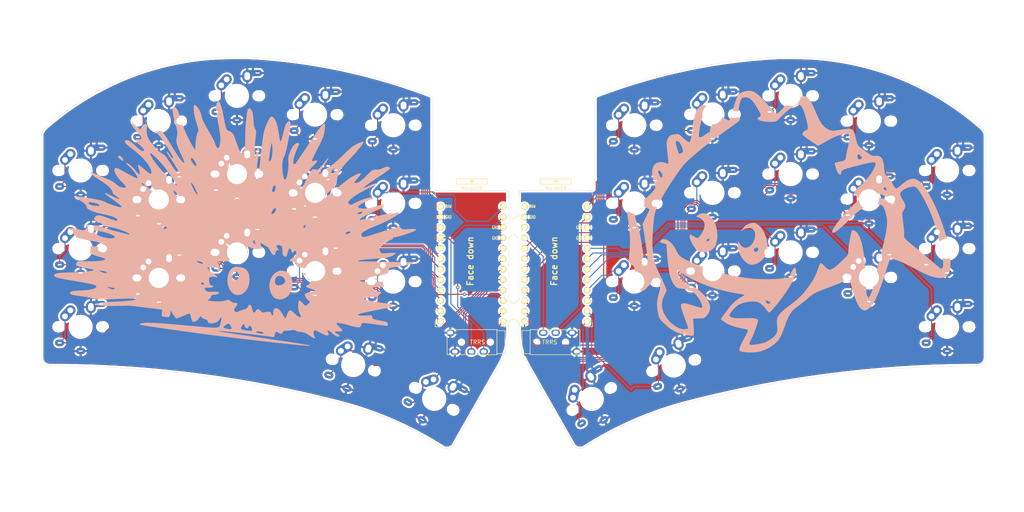
<source format=kicad_pcb>
(kicad_pcb (version 20211014) (generator pcbnew)
  (layers (0 "F.Cu" signal) (31 "B.Cu" signal) (34 "B.Paste" user) (35 "F.Paste" user) (36 "B.SilkS" user "B.Silkscreen") (37 "F.SilkS" user "F.Silkscreen") (38 "B.Mask" user) (39 "F.Mask" user) (44 "Edge.Cuts" user))
  (net 0 "")
  (net 1 "gnd")
  (net 2 "vcc")
  (net 3 "Switch18")
  (net 4 "reset")
  (net 5 "Switch1")
  (net 6 "Switch2")
  (net 7 "Switch3")
  (net 8 "Switch4")
  (net 9 "Switch5")
  (net 10 "Switch6")
  (net 11 "Switch7")
  (net 12 "Switch8")
  (net 13 "Switch9")
  (net 14 "Switch10")
  (net 15 "Switch11")
  (net 16 "Switch12")
  (net 17 "Switch13")
  (net 18 "Switch14")
  (net 19 "Switch15")
  (net 20 "Switch16")
  (net 21 "Switch17")
  (net 22 "raw")
  (net 23 "Switch18_r")
  (net 24 "reset_r")
  (net 25 "Switch9_r")
  (net 26 "Switch10_r")
  (net 27 "Switch11_r")
  (net 28 "Switch12_r")
  (net 29 "Switch13_r")
  (net 30 "Switch14_r")
  (net 31 "Switch15_r")
  (net 32 "Switch16_r")
  (net 33 "Switch17_r")
  (net 34 "Switch1_r")
  (net 35 "Switch2_r")
  (net 36 "Switch3_r")
  (net 37 "Switch4_r")
  (net 38 "Switch5_r")
  (net 39 "Switch6_r")
  (net 40 "Switch7_r")
  (net 41 "Switch8_r")
  (footprint "Kailh:keyswitch_cherrymx_alps_choc12_1u" (layer "F.Cu") (at 45 77)
    (fp_text reference "SW2" hide)
    (fp_text value "SW_Push" hide)
  )
  (footprint "Kailh:keyswitch_cherrymx_alps_choc12_1u" (layer "F.Cu") (at 64 65)
    (fp_text reference "SW3" hide)
    (fp_text value "SW_Push" hide)
  )
  (footprint "Kailh:keyswitch_cherrymx_alps_choc12_1u" (layer "F.Cu") (at 83 58.86)
    (fp_text reference "SW4" hide)
    (fp_text value "SW_Push" hide)
  )
  (footprint "Kailh:keyswitch_cherrymx_alps_choc12_1u" (layer "F.Cu") (at 101.994 63.432)
    (fp_text reference "SW5" hide)
    (fp_text value "SW_Push" hide)
  )
  (footprint "Kailh:keyswitch_cherrymx_alps_choc12_1u" (layer "F.Cu") (at 121 66)
    (fp_text reference "SW6" hide)
    (fp_text value "SW_Push" hide)
  )
  (footprint "Kailh:keyswitch_cherrymx_alps_choc12_1u" (layer "F.Cu") (at 45 96)
    (fp_text reference "SW8" hide)
    (fp_text value "SW_Push" hide)
  )
  (footprint "Kailh:keyswitch_cherrymx_alps_choc12_1u" (layer "F.Cu") (at 64 84.074)
    (fp_text reference "SW9" hide)
    (fp_text value "SW_Push" hide)
  )
  (footprint "Kailh:keyswitch_cherrymx_alps_choc12_1u" (layer "F.Cu") (at 83 77.878)
    (fp_text reference "SW10" hide)
    (fp_text value "SW_Push" hide)
  )
  (footprint "Kailh:keyswitch_cherrymx_alps_choc12_1u" (layer "F.Cu") (at 102 82.45)
    (fp_text reference "SW11" hide)
    (fp_text value "SW_Push" hide)
  )
  (footprint "Kailh:keyswitch_cherrymx_alps_choc12_1u" (layer "F.Cu") (at 120.98 84.99)
    (fp_text reference "SW12" hide)
    (fp_text value "SW_Push" hide)
  )
  (footprint "Kailh:keyswitch_cherrymx_alps_choc12_1u" (layer "F.Cu") (at 45 115)
    (fp_text reference "SW14" hide)
    (fp_text value "SW_Push" hide)
  )
  (footprint "Kailh:keyswitch_cherrymx_alps_choc12_1u" (layer "F.Cu") (at 64.008 103.124)
    (fp_text reference "SW15" hide)
    (fp_text value "SW_Push" hide)
  )
  (footprint "Kailh:keyswitch_cherrymx_alps_choc12_1u" (layer "F.Cu") (at 83 96.896)
    (fp_text reference "SW16" hide)
    (fp_text value "SW_Push" hide)
  )
  (footprint "Kailh:keyswitch_cherrymx_alps_choc12_1u" (layer "F.Cu") (at 102 101.468)
    (fp_text reference "SW17" hide)
    (fp_text value "SW_Push" hide)
  )
  (footprint "Kailh:keyswitch_cherrymx_alps_choc12_1u" (layer "F.Cu") (at 130.95 132.504 -30)
    (fp_text reference "SW20" hide)
    (fp_text value "SW_Push" hide)
  )
  (footprint "Kailh:keyswitch_cherrymx_alps_choc12_1u" (layer "F.Cu") (at 111.272 124.288 -15)
    (fp_text reference "SW21" hide)
    (fp_text value "SW_Push" hide)
  )
  (footprint "Kailh:keyswitch_cherrymx_alps_choc12_1u" (layer "F.Cu") (at 120.98 104.008)
    (fp_text reference "SW18" hide)
    (fp_text value "SW_Push" hide)
  )
  (footprint "kbd:ProMicro_v3_min" (layer "F.Cu") (at 140.094 100.246)
    (fp_text reference "U1" hide)
    (fp_text value "ProMicro-kbd" hide)
  )
  (footprint "Kailh:TRRS-PJ-DPB2" (layer "F.Cu") (at 154.26784 118.734 90)
    (fp_text reference "J1")
    (fp_text value "AudioJack4dpb" hide)
  )
  (footprint "Kailh:keyswitch_cherrymx_alps_choc12_1u" (layer "F.Cu") (at 198.58584 82.418)
    (fp_text reference "SW11_r1" hide)
    (fp_text value "SW_Push" hide)
  )
  (footprint "Kailh:keyswitch_cherrymx_alps_choc12_1u" (layer "F.Cu") (at 255.63184 115)
    (fp_text reference "SW13_r1" hide)
    (fp_text value "SW_Push" hide)
  )
  (footprint "Kailh:keyswitch_cherrymx_alps_choc12_1u" (layer "F.Cu") (at 217.58784 96.896)
    (fp_text reference "SW15_r1" hide)
    (fp_text value "SW_Push" hide)
  )
  (footprint "Kailh:keyswitch_cherrymx_alps_choc12_1u" (layer "F.Cu") (at 198.58584 101.468)
    (fp_text reference "SW16_r1" hide)
    (fp_text value "SW_Push" hide)
  )
  (footprint "Kailh:keyswitch_cherrymx_alps_choc12_1u" (layer "F.Cu") (at 198.58584 63.368)
    (fp_text reference "SW5_r1" hide)
    (fp_text value "SW_Push" hide)
  )
  (footprint "Kailh:keyswitch_cherrymx_alps_choc12_1u" (layer "F.Cu") (at 236.61384 65)
    (fp_text reference "SW3_r1" hide)
    (fp_text value "SW_Push" hide)
  )
  (footprint "Kailh:keyswitch_cherrymx_alps_choc12_1u" (layer "F.Cu") (at 217.58784 58.86)
    (fp_text reference "SW4_r1" hide)
    (fp_text value "SW_Push" hide)
  )
  (footprint "Kailh:keyswitch_cherrymx_alps_choc12_1u" (layer "F.Cu") (at 236.61384 83.974)
    (fp_text reference "SW8_r1" hide)
    (fp_text value "SW_Push" hide)
  )
  (footprint "Kailh:keyswitch_cherrymx_alps_choc12_1u" (layer "F.Cu") (at 217.58784 77.878)
    (fp_text reference "SW9_r1" hide)
    (fp_text value "SW_Push" hide)
  )
  (footprint "Kailh:keyswitch_cherrymx_alps_choc12_1u" (layer "F.Cu") (at 236.61384 102.992)
    (fp_text reference "SW18_r1" hide)
    (fp_text value "SW_Push" hide)
  )
  (footprint "Kailh:keyswitch_cherrymx_alps_choc12_1u" (layer "F.Cu") (at 179.58584 84.99)
    (fp_text reference "SW12_r1" hide)
    (fp_text value "SW_Push" hide)
  )
  (footprint "Kailh:keyswitch_cherrymx_alps_choc12_1u" (layer "F.Cu") (at 255.63184 96)
    (fp_text reference "SW7_r1" hide)
    (fp_text value "SW_Push" hide)
  )
  (footprint "Kailh:keyswitch_cherrymx_alps_choc12_1u" (layer "F.Cu") (at 255.63184 77)
    (fp_text reference "SW2_r1" hide)
    (fp_text value "SW_Push" hide)
  )
  (footprint "Kailh:keyswitch_cherrymx_alps_choc12_1u" (layer "F.Cu") (at 179.58584 66)
    (fp_text reference "SW6_r1" hide)
    (fp_text value "SW_Push" hide)
  )
  (footprint "Kailh:keyswitch_cherrymx_alps_choc12_1u" (layer "F.Cu") (at 169.251 132.542 30)
    (fp_text reference "SW20_r1" hide)
    (fp_text value "SW_Push" hide)
  )
  (footprint "Kailh:keyswitch_cherrymx_alps_choc12_1u" (layer "F.Cu") (at 179.58584 104.008)
    (fp_text reference "SW17_r1" hide)
    (fp_text value "SW_Push" hide)
  )
  (footprint "Kailh:keyswitch_cherrymx_alps_choc12_1u" (layer "F.Cu") (at 189.17984 124.41 15)
    (fp_text reference "SW21_r1" hide)
    (fp_text value "SW_Push" hide)
  )
  (footprint "kbd:ProMicro_v3_min" (layer "F.Cu") (at 160.51784 100.246)
    (fp_text reference "U2" hide)
    (fp_text value "ProMicro-kbd" hide)
  )
  (footprint "Duckyb-Parts:mouse-bite-5mm-slot-with-space-for-track" (layer "F.Cu") (at 150.241 90.678)
    (fp_text reference "mouse-bite-5mm-slot" hide)
    (fp_text value "VAL**" hide)
  )
  (footprint "Duckyb-Parts:mouse-bite-5mm-slot-with-space-for-track" (layer "F.Cu") (at 150.241 111.1885)
    (fp_text reference "mouse-bite-5mm-slot" hide)
    (fp_text value "VAL**" hide)
  )
  (footprint "Kailh:TRRS-PJ-DPB2" (layer "F.Cu") (at 146.19 118.734 -90)
    (fp_text reference "J2")
    (fp_text value "AudioJack4dpb" hide)
  )
  (footprint "silkscreens:unsafe_rust" (layer "B.Cu") (at 85.12 91.95 172)
    (fp_text reference "G***" hide)
    (fp_text value "LOGO" hide)
  )
  (footprint "silkscreens:safe_rust" (layer "B.Cu") (at 213.717152 84.167888 -171)
    (fp_text reference "G***" hide)
    (fp_text value "LOGO" hide)
  )
  (gr_arc (start 148.162 81.866) (mid 148.69233 82.08567) (end 148.912 82.616) (layer "Edge.Cuts") (width 0.05))
  (gr_line (start 148.912 93.218) (end 148.912 101.262) (layer "Edge.Cuts") (width 0.05))
  (gr_line (start 131.458 81.868917) (end 148.162 81.866) (layer "Edge.Cuts") (width 0.05))
  (gr_line (start 147.161679 123.613657) (end 135.71 143.699265) (layer "Edge.Cuts") (width 0.05))
  (gr_arc (start 148.924 116.248) (mid 148.462831 120.031316) (end 147.161679 123.613657) (layer "Edge.Cuts") (width 0.05))
  (gr_line (start 148.912 82.616) (end 148.924 88.11) (layer "Edge.Cuts") (width 0.05))
  (gr_line (start 149.2885 88.11) (end 148.924 88.11) (layer "Edge.Cuts") (width 0.05))
  (gr_line (start 149.2885 93.218) (end 148.912 93.218) (layer "Edge.Cuts") (width 0.05))
  (gr_line (start 149.2885 108.628) (end 148.924 108.628) (layer "Edge.Cuts") (width 0.05))
  (gr_line (start 149.2885 113.7285) (end 148.912 113.7285) (layer "Edge.Cuts") (width 0.05))
  (gr_line (start 148.912 101.262) (end 148.924 108.628) (layer "Edge.Cuts") (width 0.05))
  (gr_line (start 148.912 113.7285) (end 148.924 116.248) (layer "Edge.Cuts") (width 0.05))
  (gr_arc (start 131.458 81.868917) (mid 130.750893 81.576024) (end 130.458 80.868917) (layer "Edge.Cuts") (width 0.05))
  (gr_line (start 130.458 80.868917) (end 130.463 59.473) (layer "Edge.Cuts") (width 0.05))
  (gr_arc (start 35.465859 68.23732) (mid 36.022742 67.119147) (end 36.893 66.223) (layer "Edge.Cuts") (width 0.05))
  (gr_arc (start 85.843227 49.463504) (mid 108.303644 52.385453) (end 130.028245 58.79247) (layer "Edge.Cuts") (width 0.05))
  (gr_line (start 37.768 124.474571) (end 37.493002 124.473917) (layer "Edge.Cuts") (width 0.05))
  (gr_arc (start 107.797707 133.384137) (mid 120.821222 137.841207) (end 132.978 144.298) (layer "Edge.Cuts") (width 0.05))
  (gr_arc (start 37.768 124.474571) (mid 73.062993 126.727903) (end 107.798171 133.38233) (layer "Edge.Cuts") (width 0.05))
  (gr_arc (start 37.493002 124.473917) (mid 36.080534 123.924716) (end 35.458001 122.542999) (layer "Edge.Cuts") (width 0.05))
  (gr_arc (start 135.71 143.699265) (mid 134.468995 144.56898) (end 132.978 144.298) (layer "Edge.Cuts") (width 0.05))
  (gr_arc (start 130.028245 58.79247) (mid 130.345034 59.069226) (end 130.463 59.473) (layer "Edge.Cuts") (width 0.05))
  (gr_line (start 35.465859 68.23732) (end 35.458001 122.542999) (layer "Edge.Cuts") (width 0.05))
  (gr_line (start 85.843124 49.465561) (end 81.868 49.468) (layer "Edge.Cuts") (width 0.05))
  (gr_arc (start 36.894611 66.224861) (mid 57.871135 53.793316) (end 81.868 49.468) (layer "Edge.Cuts") (width 0.05))
  (gr_line (start 168.99984 81.868917) (end 152.29584 81.866) (layer "Edge.Cuts") (width 0.05))
  (gr_line (start 151.54584 113.7285) (end 151.53384 116.248) (layer "Edge.Cuts") (width 0.05))
  (gr_line (start 153.280536 123.57215) (end 164.74784 143.699265) (layer "Edge.Cuts") (width 0.05))
  (gr_line (start 264.991981 68.23732) (end 264.999839 122.542999) (layer "Edge.Cuts") (width 0.05))
  (gr_line (start 214.614716 49.465561) (end 218.58984 49.468) (layer "Edge.Cuts") (width 0.05))
  (gr_line (start 151.54584 101.262) (end 151.53384 108.628) (layer "Edge.Cuts") (width 0.05))
  (gr_arc (start 151.54584 82.616) (mid 151.76551 82.08567) (end 152.29584 81.866) (layer "Edge.Cuts") (width 0.05))
  (gr_line (start 151.54584 93.218) (end 151.54584 101.262) (layer "Edge.Cuts") (width 0.05))
  (gr_arc (start 167.47984 144.298) (mid 179.636618 137.841207) (end 192.660133 133.384137) (layer "Edge.Cuts") (width 0.05))
  (gr_arc (start 218.58984 49.468) (mid 242.586705 53.793316) (end 263.563229 66.224861) (layer "Edge.Cuts") (width 0.05))
  (gr_arc (start 192.659669 133.38233) (mid 227.394847 126.727903) (end 262.68984 124.474571) (layer "Edge.Cuts") (width 0.05))
  (gr_arc (start 167.47984 144.298) (mid 165.988845 144.56898) (end 164.74784 143.699265) (layer "Edge.Cuts") (width 0.05))
  (gr_arc (start 153.280536 123.57215) (mid 151.990927 120.009347) (end 151.53384 116.248) (layer "Edge.Cuts") (width 0.05))
  (gr_line (start 151.54584 82.616) (end 151.53384 88.11) (layer "Edge.Cuts") (width 0.05))
  (gr_arc (start 169.99984 80.868917) (mid 169.706947 81.576024) (end 168.99984 81.868917) (layer "Edge.Cuts") (width 0.05))
  (gr_line (start 169.99984 80.868917) (end 169.99484 59.473) (layer "Edge.Cuts") (width 0.05))
  (gr_arc (start 263.56484 66.223) (mid 264.435099 67.119147) (end 264.991981 68.23732) (layer "Edge.Cuts") (width 0.05))
  (gr_arc (start 170.429595 58.79247) (mid 192.154196 52.385453) (end 214.614613 49.463504) (layer "Edge.Cuts") (width 0.05))
  (gr_line (start 262.68984 124.474571) (end 262.964838 124.473917) (layer "Edge.Cuts") (width 0.05))
  (gr_arc (start 264.999839 122.542999) (mid 264.377307 123.924716) (end 262.964838 124.473917) (layer "Edge.Cuts") (width 0.05))
  (gr_arc (start 169.99484 59.473) (mid 170.112806 59.069226) (end 170.429595 58.79247) (layer "Edge.Cuts") (width 0.05))
  (gr_line (start 151.53384 88.11) (end 151.1935 88.11) (layer "Edge.Cuts") (width 0.05))
  (gr_arc (start 151.193499 108.628) (mid 150.241 109.285937) (end 149.288501 108.627999) (layer "Edge.Cuts") (width 0.05))
  (gr_line (start 151.54584 113.7285) (end 151.1935 113.7285) (layer "Edge.Cuts") (width 0.05))
  (gr_line (start 151.54584 93.218) (end 151.1935 93.218) (layer "Edge.Cuts") (width 0.05))
  (gr_arc (start 149.288501 113.7285) (mid 150.241 113.083627) (end 151.193499 113.728501) (layer "Edge.Cuts") (width 0.05))
  (gr_arc (start 149.288501 93.218) (mid 150.241 92.573127) (end 151.193499 93.218001) (layer "Edge.Cuts") (width 0.05))
  (gr_arc (start 151.193499 88.11) (mid 150.241 88.772807) (end 149.288501 88.109999) (layer "Edge.Cuts") (width 0.05))
  (gr_line (start 151.53384 108.628) (end 151.1935 108.628) (layer "Edge.Cuts") (width 0.05))
  (gr_text "Face down" (at 160.10984 99.06 90) (layer "F.SilkS") (effects (font (size 1.5 1.5) (thickness 0.3))))
  (gr_text "Face down" (at 139.7 99.06 90) (layer "F.SilkS") (effects (font (size 1.5 1.5) (thickness 0.3))))
  (segment (start 133.236 88.308) (end 132.4854 88.308) (width 0.25) (layer "B.Cu") (net 1))
  (segment (start 136.652 105.41) (end 136.652 105.41) (width 0.25) (layer "F.Cu") (net 2))
  (segment (start 136.652 95.758) (end 136.652 105.41) (width 0.25) (layer "F.Cu") (net 2))
  (segment (start 134.282 93.388) (end 136.652 95.758) (width 0.25) (layer "F.Cu") (net 2))
  (segment (start 132.4854 93.388) (end 134.282 93.388) (width 0.25) (layer "F.Cu") (net 2))
  (via (at 136.652 105.41) (size 0.8) (drill 0.4) (layers "F.Cu" "B.Cu") (net 2))
  (segment (start 152.90924 93.388) (end 157.46784 97.9466) (width 0.25) (layer "B.Cu") (net 2))
  (segment (start 157.46784 97.9466) (end 157.46784 116.434) (width 0.25) (layer "B.Cu") (net 2))
  (segment (start 136.652 105.41) (end 136.652 110.086) (width 0.25) (layer "B.Cu") (net 2))
  (segment (start 136.652 110.086) (end 142.97 116.404) (width 0.25) (layer "B.Cu") (net 2))
  (segment (start 142.97 116.404) (end 142.97 121.014) (width 0.25) (layer "B.Cu") (net 2))
  (segment (start 142.97 121.014) (end 142.99 121.034) (width 0.25) (layer "B.Cu") (net 2))
  (segment (start 145.6734 90.34) (end 147.7054 88.308) (width 0.25) (layer "B.Cu") (net 3))
  (segment (start 135.014 93.642) (end 138.316 90.34) (width 0.25) (layer "B.Cu") (net 3))
  (segment (start 139.97 114.346) (end 135.014 109.39) (width 0.25) (layer "B.Cu") (net 3))
  (segment (start 139.97 116.404) (end 139.97 114.346) (width 0.25) (layer "B.Cu") (net 3))
  (segment (start 139.97 121.014) (end 139.99 121.034) (width 0.25) (layer "B.Cu") (net 3))
  (segment (start 139.97 116.404) (end 139.97 121.014) (width 0.25) (layer "B.Cu") (net 3))
  (segment (start 135.014 109.39) (end 135.014 93.642) (width 0.25) (layer "B.Cu") (net 3))
  (segment (start 138.316 90.34) (end 145.6734 90.34) (width 0.25) (layer "B.Cu") (net 3))
  (segment (start 56.514 80.9) (end 66.91798 70.49602) (width 0.25) (layer "F.Cu") (net 5))
  (segment (start 127.978962 78.708602) (end 127.978962 83.349038) (width 0.25) (layer "F.Cu") (net 5))
  (segment (start 96.894196 70.49602) (end 98.868206 72.470028) (width 0.25) (layer "F.Cu") (net 5))
  (segment (start 131.963639 107.175001) (end 133.672999 107.175001) (width 0.25) (layer "F.Cu") (net 5))
  (segment (start 114.7568 73.740028) (end 116.144388 73.740028) (width 0.25) (layer "F.Cu") (net 5))
  (segment (start 131.167319 102.866329) (end 131.167319 106.378681) (width 0.25) (layer "F.Cu") (net 5))
  (segment (start 133.744 107.104) (end 133.672999 107.175001) (width 0.25) (layer "F.Cu") (net 5))
  (segment (start 113.486798 72.470028) (end 114.7568 73.740028) (width 0.25) (layer "F.Cu") (net 5))
  (segment (start 133.672999 107.175001) (end 133.926999 107.175001) (width 0.25) (layer "F.Cu") (net 5))
  (segment (start 138.316 107.104) (end 133.744 107.104) (width 0.25) (layer "F.Cu") (net 5))
  (segment (start 98.868206 72.470028) (end 113.486798 72.470028) (width 0.25) (layer "F.Cu") (net 5))
  (segment (start 131.167319 106.378681) (end 131.963639 107.175001) (width 0.25) (layer "F.Cu") (net 5))
  (segment (start 127.978962 83.349038) (end 127.978964 83.436194) (width 0.25) (layer "F.Cu") (net 5))
  (segment (start 129.598359 85.055589) (end 129.598359 96.070359) (width 0.25) (layer "F.Cu") (net 5))
  (segment (start 84.97402 70.49602) (end 96.894196 70.49602) (width 0.25) (layer "F.Cu") (net 5))
  (segment (start 116.144388 73.740028) (end 118.372399 75.968037) (width 0.25) (layer "F.Cu") (net 5))
  (segment (start 118.372399 75.968037) (end 125.238397 75.968037) (width 0.25) (layer "F.Cu") (net 5))
  (segment (start 66.91798 70.49602) (end 84.97402 70.49602) (width 0.25) (layer "F.Cu") (net 5))
  (segment (start 129.598359 95.846359) (end 129.598359 96.070359) (width 0.25) (layer "F.Cu") (net 5))
  (segment (start 129.598359 96.070359) (end 129.598359 101.297369) (width 0.25) (layer "F.Cu") (net 5))
  (segment (start 125.238397 75.968037) (end 127.978962 78.708602) (width 0.25) (layer "F.Cu") (net 5))
  (segment (start 129.598359 101.297369) (end 131.167319 102.866329) (width 0.25) (layer "F.Cu") (net 5))
  (segment (start 41.2 79.6) (end 39.9 80.9) (width 0.25) (layer "F.Cu") (net 5))
  (segment (start 127.978964 83.436194) (end 129.598359 85.055589) (width 0.25) (layer "F.Cu") (net 5))
  (segment (start 39.9 80.9) (end 56.514 80.9) (width 0.25) (layer "F.Cu") (net 5))
  (segment (start 41.2 74.45) (end 41.2 79.6) (width 0.25) (layer "F.Cu") (net 5))
  (via (at 138.316 107.104) (size 0.8) (drill 0.4) (layers "F.Cu" "B.Cu") (net 5))
  (segment (start 146.252401 107.175001) (end 146.6937 107.6163) (width 0.25) (layer "B.Cu") (net 5))
  (segment (start 146.1814 107.104) (end 146.6937 107.6163) (width 0.25) (layer "B.Cu") (net 5))
  (segment (start 146.6937 107.6163) (end 147.7054 108.628) (width 0.25) (layer "B.Cu") (net 5))
  (segment (start 138.316 107.104) (end 146.1814 107.104) (width 0.25) (layer "B.Cu") (net 5))
  (segment (start 60.2 62.45) (end 60.2 67.6) (width 0.25) (layer "F.Cu") (net 6))
  (segment (start 60.2 67.6) (end 58.9 68.9) (width 0.25) (layer "F.Cu") (net 6))
  (segment (start 116.33079 73.29002) (end 118.558798 75.518028) (width 0.25) (layer "F.Cu") (net 6))
  (segment (start 58.9 68.9) (end 68.392 68.9) (width 0.25) (layer "F.Cu") (net 6))
  (segment (start 69.53801 70.04601) (end 97.080596 70.04601) (width 0.25) (layer "F.Cu") (net 6))
  (segment (start 128.428973 80.676973) (end 128.428973 83.249793) (width 0.25) (layer "F.Cu") (net 6))
  (segment (start 128.428973 83.249793) (end 130.048369 84.869189) (width 0.25) (layer "F.Cu") (net 6))
  (segment (start 114.943199 73.290019) (end 116.33079 73.29002) (width 0.25) (layer "F.Cu") (net 6))
  (segment (start 128.428973 80.168973) (end 128.428973 80.676973) (width 0.25) (layer "F.Cu") (net 6))
  (segment (start 97.080596 70.04601) (end 99.054605 72.020019) (width 0.25) (layer "F.Cu") (net 6))
  (segment (start 130.048369 84.869189) (end 130.048369 101.110969) (width 0.25) (layer "F.Cu") (net 6))
  (segment (start 99.054605 72.020019) (end 113.6732 72.02002) (width 0.25) (layer "F.Cu") (net 6))
  (segment (start 118.558798 75.518028) (end 125.424799 75.518029) (width 0.25) (layer "F.Cu") (net 6))
  (segment (start 125.424799 75.518029) (end 128.428972 78.522202) (width 0.25) (layer "F.Cu") (net 6))
  (segment (start 130.048369 101.110969) (end 132.4854 103.548) (width 0.25) (layer "F.Cu") (net 6))
  (segment (start 128.428972 80.676972) (end 128.428973 80.676973) (width 0.25) (layer "F.Cu") (net 6))
  (segment (start 113.6732 72.02002) (end 114.943199 73.290019) (width 0.25) (layer "F.Cu") (net 6))
  (segment (start 68.392 68.9) (end 69.53801 70.04601) (width 0.25) (layer "F.Cu") (net 6))
  (segment (start 128.428972 78.522202) (end 128.428972 80.676972) (width 0.25) (layer "F.Cu") (net 6))
  (segment (start 116.51719 72.84001) (end 115.1296 72.84001) (width 0.25) (layer "F.Cu") (net 7))
  (segment (start 124.3412 75.06802) (end 123.30598 75.06802) (width 0.25) (layer "F.Cu") (net 7))
  (segment (start 79.2 56.31) (end 79.2 61.46) (width 0.25) (layer "F.Cu") (net 7))
  (segment (start 130.498379 84.682789) (end 128.878982 83.063392) (width 0.25) (layer "F.Cu") (net 7))
  (segment (start 128.878982 78.335802) (end 128.878982 79.909018) (width 0.25) (layer "F.Cu") (net 7))
  (segment (start 115.1296 72.84001) (end 113.8596 71.57001) (width 0.25) (layer "F.Cu") (net 7))
  (segment (start 130.498379 99.020979) (end 130.498379 84.682789) (width 0.25) (layer "F.Cu") (net 7))
  (segment (start 125.6112 75.06802) (end 128.878982 78.335802) (width 0.25) (layer "F.Cu") (net 7))
  (segment (start 118.745199 75.068019) (end 116.51719 72.84001) (width 0.25) (layer "F.Cu") (net 7))
  (segment (start 128.878982 79.909018) (end 128.878981 79.605801) (width 0.25) (layer "F.Cu") (net 7))
  (segment (start 84.736 69.596) (end 77.9 62.76) (width 0.25) (layer "F.Cu") (net 7))
  (segment (start 123.30598 75.06802) (end 125.6112 75.06802) (width 0.25) (layer "F.Cu") (net 7))
  (segment (start 99.241006 71.57001) (end 97.266996 69.596) (width 0.25) (layer "F.Cu") (net 7))
  (segment (start 79.2 61.46) (end 77.9 62.76) (width 0.25) (layer "F.Cu") (net 7))
  (segment (start 132.4854 101.008) (end 130.498379 99.020979) (width 0.25) (layer "F.Cu") (net 7))
  (segment (start 128.878982 83.063392) (end 128.878982 79.909018) (width 0.25) (layer "F.Cu") (net 7))
  (segment (start 123.30598 75.06802) (end 118.745199 75.068019) (width 0.25) (layer "F.Cu") (net 7))
  (segment (start 113.8596 71.57001) (end 99.241006 71.57001) (width 0.25) (layer "F.Cu") (net 7))
  (segment (start 97.266996 69.596) (end 84.736 69.596) (width 0.25) (layer "F.Cu") (net 7))
  (segment (start 98.194 66.032) (end 96.894 67.332) (width 0.25) (layer "F.Cu") (net 8))
  (segment (start 115.316 72.39) (end 116.70359 72.39) (width 0.25) (layer "F.Cu") (net 8))
  (segment (start 114.046 71.12) (end 115.316 72.39) (width 0.25) (layer "F.Cu") (net 8))
  (segment (start 116.70359 72.39) (end 118.9316 74.61801) (width 0.25) (layer "F.Cu") (net 8))
  (segment (start 129.328991 79.713009) (end 129.328991 82.876991) (width 0.25) (layer "F.Cu") (net 8))
  (segment (start 129.328991 82.876991) (end 130.948389 84.496389) (width 0.25) (layer "F.Cu") (net 8))
  (segment (start 100.682 71.12) (end 114.046 71.12) (width 0.25) (layer "F.Cu") (net 8))
  (segment (start 125.7976 74.61801) (end 129.328991 78.149401) (width 0.25) (layer "F.Cu") (net 8))
  (segment (start 98.194 60.882) (end 98.194 66.032) (width 0.25) (layer "F.Cu") (net 8))
  (segment (start 130.948389 96.930989) (end 132.4854 98.468) (width 0.25) (layer "F.Cu") (net 8))
  (segment (start 129.328991 78.149401) (end 129.328991 79.713009) (width 0.25) (layer "F.Cu") (net 8))
  (segment (start 129.328991 79.419401) (end 129.328991 79.713009) (width 0.25) (layer "F.Cu") (net 8))
  (segment (start 130.948389 84.496389) (end 130.948389 96.930989) (width 0.25) (layer "F.Cu") (net 8))
  (segment (start 118.9316 74.61801) (end 125.7976 74.61801) (width 0.25) (layer "F.Cu") (net 8))
  (segment (start 96.894 67.332) (end 100.682 71.12) (width 0.25) (layer "F.Cu") (net 8))
  (segment (start 124.714 74.168) (end 125.984 74.168) (width 0.25) (layer "F.Cu") (net 9))
  (segment (start 131.398399 84.184399) (end 131.398399 94.840999) (width 0.25) (layer "F.Cu") (net 9))
  (segment (start 129.794 79.248) (end 129.794 79.502) (width 0.25) (layer "F.Cu") (net 9))
  (segment (start 129.794 77.978) (end 129.794 79.502) (width 0.25) (layer "F.Cu") (net 9))
  (segment (start 129.794 82.55) (end 129.779 82.565) (width 0.25) (layer "F.Cu") (net 9))
  (segment (start 115.9 69.9) (end 115.9 70.95) (width 0.25) (layer "F.Cu") (net 9))
  (segment (start 129.779 82.565) (end 131.398399 84.184399) (width 0.25) (layer "F.Cu") (net 9))
  (segment (start 129.794 79.502) (end 129.794 82.55) (width 0.25) (layer "F.Cu") (net 9))
  (segment (start 125.984 74.168) (end 129.794 77.978) (width 0.25) (layer "F.Cu") (net 9))
  (segment (start 119.118 74.168) (end 124.714 74.168) (width 0.25) (layer "F.Cu") (net 9))
  (segment (start 117.2 63.45) (end 117.2 68.6) (width 0.25) (layer "F.Cu") (net 9))
  (segment (start 115.9 70.95) (end 119.118 74.168) (width 0.25) (layer "F.Cu") (net 9))
  (segment (start 131.398399 94.840999) (end 132.4854 95.928) (width 0.25) (layer "F.Cu") (net 9))
  (segment (start 117.2 68.6) (end 115.9 69.9) (width 0.25) (layer "F.Cu") (net 9))
  (segment (start 97.47498 84.77498) (end 97.482969 84.766991) (width 0.25) (layer "F.Cu") (net 10))
  (segment (start 67.137706 85.679706) (end 67.31 85.507412) (width 0.25) (layer "F.Cu") (net 10))
  (segment (start 60.96 88.646) (end 64.171412 88.646) (width 0.25) (layer "F.Cu") (net 10))
  (segment (start 90.932 81.28) (end 94.42698 84.77498) (width 0.25) (layer "F.Cu") (net 10))
  (segment (start 80.330598 79.95201) (end 81.658588 81.28) (width 0.25) (layer "F.Cu") (net 10))
  (segment (start 67.225011 85.592401) (end 67.225011 83.017399) (width 0.25) (layer "F.Cu") (net 10))
  (segment (start 67.137706 85.679706) (end 67.225011 85.592401) (width 0.25) (layer "F.Cu") (net 10))
  (segment (start 81.658588 81.28) (end 90.678 81.28) (width 0.25) (layer "F.Cu") (net 10))
  (segment (start 90.678 81.28) (end 90.932 81.28) (width 0.25) (layer "F.Cu") (net 10))
  (segment (start 97.482969 84.766991) (end 98.736991 84.766991) (width 0.25) (layer "F.Cu") (net 10))
  (segment (start 67.31 85.507412) (end 67.31 84.836) (width 0.25) (layer "F.Cu") (net 10))
  (segment (start 39.9 99.9) (end 49.706 99.9) (width 0.25) (layer "F.Cu") (net 10))
  (segment (start 67.225011 83.017399) (end 70.2904 79.95201) (width 0.25) (layer "F.Cu") (net 10))
  (segment (start 64.171412 88.646) (end 67.137706 85.679706) (width 0.25) (layer "F.Cu") (net 10))
  (segment (start 98.736991 84.766991) (end 99.568 85.598) (width 0.25) (layer "F.Cu") (net 10))
  (segment (start 49.706 99.9) (end 60.96 88.646) (width 0.25) (layer "F.Cu") (net 10))
  (segment (start 70.2904 79.95201) (end 80.330598 79.95201) (width 0.25) (layer "F.Cu") (net 10))
  (segment (start 94.42698 84.77498) (end 97.47498 84.77498) (width 0.25) (layer "F.Cu") (net 10))
  (via (at 99.568 85.598) (size 0.8) (drill 0.4) (layers "F.Cu" "B.Cu") (net 10))
  (segment (start 128.41 95.42) (end 131.0827 98.0927) (width 0.25) (layer "B.Cu") (net 10))
  (segment (start 99.568 85.598) (end 105.126 85.598) (width 0.25) (layer "B.Cu") (net 10))
  (segment (start 41.2 96.459002) (end 39.9 97.759002) (width 0.25) (layer "B.Cu") (net 10))
  (segment (start 105.126 85.598) (end 111.237 91.709) (width 0.25) (layer "B.Cu") (net 10))
  (segment (start 39.9 97.759002) (end 39.9 99.9) (width 0.25) (layer "B.Cu") (net 10))
  (segment (start 111.237 91.709) (end 114.948 95.42) (width 0.25) (layer "B.Cu") (net 10))
  (segment (start 131.0827 98.0927) (end 131.0827 104.6853) (width 0.25) (layer "B.Cu") (net 10))
  (segment (start 114.948 95.42) (end 128.41 95.42) (width 0.25) (layer "B.Cu") (net 10))
  (segment (start 131.0827 104.6853) (end 132.4854 106.088) (width 0.25) (layer "B.Cu") (net 10))
  (segment (start 41.2 93.45) (end 41.2 96.459002) (width 0.25) (layer "B.Cu") (net 10))
  (segment (start 110.63 91.102) (end 111.237 91.709) (width 0.25) (layer "B.Cu") (net 10))
  (segment (start 58.9 87.974) (end 64.207002 87.974) (width 0.25) (layer "F.Cu") (net 11))
  (segment (start 130.717309 106.565081) (end 132.4854 108.333172) (width 0.25) (layer "F.Cu") (net 11))
  (segment (start 64.207002 87.974) (end 66.775001 85.406001) (width 0.25) (layer "F.Cu") (net 11))
  (segment (start 130.696 103.03142) (end 130.696 103.294) (width 0.25) (layer "F.Cu") (net 11))
  (segment (start 66.775001 82.830999) (end 70.104 79.502) (width 0.25) (layer "F.Cu") (net 11))
  (segment (start 66.775001 85.406001) (end 66.775001 82.830999) (width 0.25) (layer "F.Cu") (net 11))
  (segment (start 128.26039 95.11198) (end 129.148348 95.999938) (width 0.25) (layer "F.Cu") (net 11))
  (segment (start 80.516998 79.502) (end 81.786998 80.772) (width 0.25) (layer "F.Cu") (net 11))
  (segment (start 130.696 103.294) (end 130.717309 103.315309) (width 0.25) (layer "F.Cu") (net 11))
  (segment (start 132.4854 108.333172) (end 132.4854 108.628) (width 0.25) (layer "F.Cu") (net 11))
  (segment (start 129.148349 101.492349) (end 129.156929 101.492349) (width 0.25) (layer "F.Cu") (net 11))
  (segment (start 70.104 79.502) (end 80.516998 79.502) (width 0.25) (layer "F.Cu") (net 11))
  (segment (start 129.156929 101.492349) (end 130.696 103.03142) (width 0.25) (layer "F.Cu") (net 11))
  (segment (start 101.410978 85.96798) (end 106.5448 85.96798) (width 0.25) (layer "F.Cu") (net 11))
  (segment (start 106.5448 85.96798) (end 115.6888 95.11198) (width 0.25) (layer "F.Cu") (net 11))
  (segment (start 130.717309 103.315309) (end 130.717309 106.565081) (width 0.25) (layer "F.Cu") (net 11))
  (segment (start 115.6888 95.11198) (end 128.26039 95.11198) (width 0.25) (layer "F.Cu") (net 11))
  (segment (start 99.262998 83.82) (end 101.410978 85.96798) (width 0.25) (layer "F.Cu") (net 11))
  (segment (start 94.10841 83.82) (end 99.262998 83.82) (width 0.25) (layer "F.Cu") (net 11))
  (segment (start 91.06041 80.772) (end 94.10841 83.82) (width 0.25) (layer "F.Cu") (net 11))
  (segment (start 129.148348 95.999938) (end 129.148349 96.158349) (width 0.25) (layer "F.Cu") (net 11))
  (segment (start 129.148349 96.158349) (end 129.148349 101.492349) (width 0.25) (layer "F.Cu") (net 11))
  (segment (start 81.786998 80.772) (end 91.06041 80.772) (width 0.25) (layer "F.Cu") (net 11))
  (segment (start 60.2 81.524) (end 60.2 86.674) (width 0.25) (layer "B.Cu") (net 11))
  (segment (start 60.2 86.674) (end 58.9 87.974) (width 0.25) (layer "B.Cu") (net 11))
  (segment (start 90.79359 81.778) (end 94.24058 85.22499) (width 0.25) (layer "F.Cu") (net 12))
  (segment (start 130.95 107.434182) (end 130.95 109.6326) (width 0.25) (layer "F.Cu") (net 12))
  (segment (start 130.24599 103.60599) (end 130.267299 103.627299) (width 0.25) (layer "F.Cu") (net 12))
  (segment (start 94.24058 85.22499) (end 97.90901 85.22499) (width 0.25) (layer "F.Cu") (net 12))
  (segment (start 115.5024 95.56199) (end 128.07399 95.56199) (width 0.25) (layer "F.Cu") (net 12))
  (segment (start 130.267299 106.751481) (end 130.95 107.434182) (width 0.25) (layer "F.Cu") (net 12))
  (segment (start 97.917 85.217) (end 99.11799 86.41799) (width 0.25) (layer "F.Cu") (net 12))
  (segment (start 77.9 81.778) (end 90.79359 81.778) (width 0.25) (layer "F.Cu") (net 12))
  (segment (start 130.24599 103.21782) (end 130.24599 103.60599) (width 0.25) (layer "F.Cu") (net 12))
  (segment (start 99.11799 86.41799) (end 106.3584 86.41799) (width 0.25) (layer "F.Cu") (net 12))
  (segment (start 97.90901 85.22499) (end 97.917 85.217) (width 0.25) (layer "F.Cu") (net 12))
  (segment (start 130.128085 103.099915) (end 130.24599 103.21782) (width 0.25) (layer "F.Cu") (net 12))
  (segment (start 106.3584 86.41799) (end 115.5024 95.56199) (width 0.25) (layer "F.Cu") (net 12))
  (segment (start 130.267299 103.627299) (end 130.267299 106.751481) (width 0.25) (layer "F.Cu") (net 12))
  (segment (start 130.95 109.6326) (end 132.4854 111.168) (width 0.25) (layer "F.Cu") (net 12))
  (segment (start 128.698339 96.186339) (end 128.698339 101.735661) (width 0.25) (layer "F.Cu") (net 12))
  (segment (start 130.062593 103.099915) (end 130.128085 103.099915) (width 0.25) (layer "F.Cu") (net 12))
  (segment (start 128.07399 95.56199) (end 128.698339 96.186339) (width 0.25) (layer "F.Cu") (net 12))
  (segment (start 128.698339 101.735661) (end 130.062593 103.099915) (width 0.25) (layer "F.Cu") (net 12))
  (segment (start 79.2 75.328) (end 79.2 80.478) (width 0.25) (layer "B.Cu") (net 12))
  (segment (start 79.2 80.478) (end 77.9 81.778) (width 0.25) (layer "B.Cu") (net 12))
  (segment (start 128.24833 96.49833) (end 127.762 96.012) (width 0.25) (layer "F.Cu") (net 13))
  (segment (start 106.172 86.868) (end 97.418 86.868) (width 0.25) (layer "F.Cu") (net 13))
  (segment (start 128.248329 96.782329) (end 128.24833 97.04967) (width 0.25) (layer "F.Cu") (net 13))
  (segment (start 130.49999 111.72259) (end 130.7017 111.9243) (width 0.25) (layer "F.Cu") (net 13))
  (segment (start 128.24833 97.04967) (end 128.24833 96.49833) (width 0.25) (layer "F.Cu") (net 13))
  (segment (start 129.817289 103.813699) (end 129.817289 106.937881) (width 0.25) (layer "F.Cu") (net 13))
  (segment (start 129.79598 103.79239) (end 129.817289 103.813699) (width 0.25) (layer "F.Cu") (net 13))
  (segment (start 129.817289 106.937881) (end 130.49999 107.620582) (width 0.25) (layer "F.Cu") (net 13))
  (segment (start 130.7017 111.9243) (end 132.4854 113.708) (width 0.25) (layer "F.Cu") (net 13))
  (segment (start 127.762 96.012) (end 115.316 96.012) (width 0.25) (layer "F.Cu") (net 13))
  (segment (start 128.24833 101.922062) (end 129.79598 103.469712) (width 0.25) (layer "F.Cu") (net 13))
  (segment (start 129.79598 103.469712) (end 129.79598 103.79239) (width 0.25) (layer "F.Cu") (net 13))
  (segment (start 128.24833 97.04967) (end 128.24833 101.922062) (width 0.25) (layer "F.Cu") (net 13))
  (segment (start 115.316 96.012) (end 106.172 86.868) (width 0.25) (layer "F.Cu") (net 13))
  (segment (start 97.418 86.868) (end 96.9 86.35) (width 0.25) (layer "F.Cu") (net 13))
  (segment (start 130.49999 107.620582) (end 130.49999 111.72259) (width 0.25) (layer "F.Cu") (net 13))
  (segment (start 98.2 79.9) (end 98.2 85.05) (width 0.25) (layer "B.Cu") (net 13))
  (segment (start 98.2 85.05) (end 96.9 86.35) (width 0.25) (layer "B.Cu") (net 13))
  (segment (start 115.88 88.89) (end 115.834 88.89) (width 0.25) (layer "F.Cu") (net 14))
  (segment (start 138.833218 89.324) (end 144.1494 89.324) (width 0.25) (layer "B.Cu") (net 14))
  (segment (start 130.762999 82.214999) (end 131.49 82.942) (width 0.25) (layer "B.Cu") (net 14))
  (segment (start 144.1494 89.324) (end 147.7054 85.768) (width 0.25) (layer "B.Cu") (net 14))
  (segment (start 117.18 82.44) (end 117.18 87.59) (width 0.25) (layer "B.Cu") (net 14))
  (segment (start 117.18 87.59) (end 115.88 88.89) (width 0.25) (layer "B.Cu") (net 14))
  (segment (start 136.034609 86.525391) (end 138.833218 89.324) (width 0.25) (layer "B.Cu") (net 14))
  (segment (start 135.480782 82.942) (end 136.034609 83.495827) (width 0.25) (layer "B.Cu") (net 14))
  (segment (start 136.034609 83.495827) (end 136.034609 86.525391) (width 0.25) (layer "B.Cu") (net 14))
  (segment (start 117.18 82.44) (end 119.422998 82.44) (width 0.25) (layer "B.Cu") (net 14))
  (segment (start 119.422998 82.44) (end 119.647999 82.214999) (width 0.25) (layer "B.Cu") (net 14))
  (segment (start 131.49 82.942) (end 135.480782 82.942) (width 0.25) (layer "B.Cu") (net 14))
  (segment (start 119.647999 82.214999) (end 130.762999 82.214999) (width 0.25) (layer "B.Cu") (net 14))
  (segment (start 118.655038 106.882804) (end 118.655038 107.733038) (width 0.25) (layer "F.Cu") (net 15))
  (segment (start 48.413002 118.9) (end 54.61 112.703002) (width 0.25) (layer "F.Cu") (net 15))
  (segment (start 118.655038 115.601398) (end 120.8876 117.83396) (width 0.25) (layer "F.Cu") (net 15))
  (segment (start 60.348994 106.57399) (end 66.2716 106.57399) (width 0.25) (layer "F.Cu") (net 15))
  (segment (start 58.142006 105.89899) (end 59.673994 105.89899) (width 0.25) (layer "F.Cu") (net 15))
  (segment (start 105.28441 104.77359) (end 105.60829 105.09747) (width 0.25) (layer "F.Cu") (net 15))
  (segment (start 100.45841 104.77359) (end 105.28441 104.77359) (width 0.25) (layer "F.Cu") (net 15))
  (segment (start 114.32578 105.43296) (end 117.205194 105.43296) (width 0.25) (layer "F.Cu") (net 15))
  (segment (start 105.60829 105.09747) (end 113.99029 105.09747) (width 0.25) (layer "F.Cu") (net 15))
  (segment (start 39.9 118.9) (end 48.413002 118.9) (width 0.25) (layer "F.Cu") (net 15))
  (segment (start 79.40898 99.22098) (end 80.08398 99.89598) (width 0.25) (layer "F.Cu") (net 15))
  (segment (start 59.673994 105.89899) (end 60.348994 106.57399) (width 0.25) (layer "F.Cu") (net 15))
  (segment (start 117.205194 105.43296) (end 118.655038 106.882804) (width 0.25) (layer "F.Cu") (net 15))
  (segment (start 57.48299 109.830012) (end 57.48299 106.558006) (width 0.25) (layer "F.Cu") (net 15))
  (segment (start 57.48299 106.558006) (end 58.142006 105.89899) (width 0.25) (layer "F.Cu") (net 15))
  (segment (start 118.655038 107.733038) (end 118.655038 107.696) (width 0.25) (layer "F.Cu") (net 15))
  (segment (start 118.655038 107.733038) (end 118.655038 115.601398) (width 0.25) (layer "F.Cu") (net 15))
  (segment (start 48.413002 118.9) (end 57.48299 109.830012) (width 0.25) (layer "F.Cu") (net 15))
  (segment (start 70.615608 99.22098) (end 79.40898 99.22098) (width 0.25) (layer "F.Cu") (net 15))
  (segment (start 144.92 102.882162) (end 144.92 98.7134) (width 0.25) (layer "F.Cu") (net 15))
  (segment (start 80.08398 99.89598) (end 83.243095 99.895981) (width 0.25) (layer "F.Cu") (net 15))
  (segment (start 133.007161 114.795001) (end 144.92 102.882162) (width 0.25) (layer "F.Cu") (net 15))
  (segment (start 66.2716 106.57399) (end 67.389491 105.456099) (width 0.25) (layer "F.Cu") (net 15))
  (segment (start 144.92 98.7134) (end 147.7054 95.928) (width 0.25) (layer "F.Cu") (net 15))
  (segment (start 113.99029 105.09747) (end 114.32578 105.43296) (width 0.25) (layer "F.Cu") (net 15))
  (segment (start 41.19 112.21) (end 41.19 113.46) (width 0.25) (layer "F.Cu") (net 15))
  (segment (start 87.951392 101.792982) (end 89.398392 103.239982) (width 0.25) (layer "F.Cu") (net 15))
  (segment (start 67.389491 102.447097) (end 70.615608 99.22098) (width 0.25) (layer "F.Cu") (net 15))
  (segment (start 85.140095 101.792981) (end 87.951392 101.792982) (width 0.25) (layer "F.Cu") (net 15))
  (segment (start 129.968202 117.83396) (end 144.92 102.882162) (width 0.25) (layer "F.Cu") (net 15))
  (segment (start 89.398392 103.239982) (end 98.924802 103.239982) (width 0.25) (layer "F.Cu") (net 15))
  (segment (start 67.389491 105.456099) (end 67.389491 102.447097) (width 0.25) (layer "F.Cu") (net 15))
  (segment (start 98.924802 103.239982) (end 100.45841 104.77359) (width 0.25) (layer "F.Cu") (net 15))
  (segment (start 83.243095 99.895981) (end 85.140095 101.792981) (width 0.25) (layer "F.Cu") (net 15))
  (segment (start 120.8876 117.83396) (end 129.968202 117.83396) (width 0.25) (layer "F.Cu") (net 15))
  (segment (start 41.2 117.6) (end 39.9 118.9) (width 0.25) (layer "B.Cu") (net 15))
  (segment (start 41.2 112.45) (end 41.2 117.6) (width 0.25) (layer "B.Cu") (net 15))
  (segment (start 145.37001 103.068562) (end 133.236286 115.202286) (width 0.25) (layer "F.Cu") (net 16))
  (segment (start 113.803889 105.547479) (end 114.13938 105.88297) (width 0.25) (layer "F.Cu") (net 16))
  (segment (start 147.7054 98.468) (end 145.37001 100.80339) (width 0.25) (layer "F.Cu") (net 16))
  (segment (start 70.802008 99.67099) (end 79.14501 99.67099) (width 0.25) (layer "F.Cu") (net 16))
  (segment (start 79.77199 100.34599) (end 83.056694 100.34599) (width 0.25) (layer "F.Cu") (net 16))
  (segment (start 105.421888 105.547478) (end 106.28852 105.547478) (width 0.25) (layer "F.Cu") (net 16))
  (segment (start 67.912999 103.326003) (end 67.912999 102.559999) (width 0.25) (layer "F.Cu") (net 16))
  (segment (start 106.28852 105.547478) (end 106.288521 105.547479) (width 0.25) (layer "F.Cu") (net 16))
  (segment (start 105.09801 105.2236) (end 105.421888 105.547478) (width 0.25) (layer "F.Cu") (net 16))
  (segment (start 145.37001 100.80339) (end 145.37001 103.068562) (width 0.25) (layer "F.Cu") (net 16))
  (segment (start 79.60499 100.13097) (end 79.14501 99.67099) (width 0.25) (layer "F.Cu") (net 16))
  (segment (start 114.13938 105.88297) (end 117.018794 105.88297) (width 0.25) (layer "F.Cu") (net 16))
  (segment (start 118.205028 107.069206) (end 118.205028 115.787798) (width 0.25) (layer "F.Cu") (net 16))
  (segment (start 84.953694 102.242991) (end 87.764991 102.242991) (width 0.25) (layer "F.Cu") (net 16))
  (segment (start 58.908 107.024) (end 66.458 107.024) (width 0.25) (layer "F.Cu") (net 16))
  (segment (start 106.288521 105.547479) (end 113.803889 105.547479) (width 0.25) (layer "F.Cu") (net 16))
  (segment (start 79.60499 100.17899) (end 79.77199 100.34599) (width 0.25) (layer "F.Cu") (net 16))
  (segment (start 89.21199 103.68999) (end 98.738401 103.689991) (width 0.25) (layer "F.Cu") (net 16))
  (segment (start 117.018794 105.88297) (end 118.205028 107.069206) (width 0.25) (layer "F.Cu") (net 16))
  (segment (start 130.154602 118.28397) (end 133.236286 115.202286) (width 0.25) (layer "F.Cu") (net 16))
  (segment (start 67.839501 103.399501) (end 67.912999 103.326003) (width 0.25) (layer "F.Cu") (net 16))
  (segment (start 120.7012 118.28397) (end 130.154602 118.28397) (width 0.25) (layer "F.Cu") (net 16))
  (segment (start 67.912999 102.559999) (end 70.802008 99.67099) (width 0.25) (layer "F.Cu") (net 16))
  (segment (start 83.056694 100.34599) (end 84.953694 102.242991) (width 0.25) (layer "F.Cu") (net 16))
  (segment (start 87.764991 102.242991) (end 89.21199 103.68999) (width 0.25) (layer "F.Cu") (net 16))
  (segment (start 98.738401 103.689991) (end 100.27201 105.2236) (width 0.25) (layer "F.Cu") (net 16))
  (segment (start 79.60499 100.17899) (end 79.60499 100.13097) (width 0.25) (layer "F.Cu") (net 16))
  (segment (start 66.458 107.024) (end 67.839501 105.642499) (width 0.25) (layer "F.Cu") (net 16))
  (segment (start 133.236286 115.202286) (end 133.193562 115.24501) (width 0.25) (layer "F.Cu") (net 16))
  (segment (start 118.205028 115.787798) (end 120.7012 118.28397) (width 0.25) (layer "F.Cu") (net 16))
  (segment (start 100.27201 105.2236) (end 105.09801 105.2236) (width 0.25) (layer "F.Cu") (net 16))
  (segment (start 67.839501 105.642499) (end 67.839501 103.399501) (width 0.25) (layer "F.Cu") (net 16))
  (segment (start 105.801478 105.547478) (end 106.288521 105.547479) (width 0.25) (layer "F.Cu") (net 16))
  (segment (start 60.208 105.724) (end 58.908 107.024) (width 0.25) (layer "B.Cu") (net 16))
  (segment (start 60.208 100.574) (end 60.208 105.724) (width 0.25) (layer "B.Cu") (net 16))
  (segment (start 117.75502 115.9742) (end 120.5148 118.73398) (width 0.25) (layer "F.Cu") (net 17))
  (segment (start 113.95298 106.33298) (end 116.832394 106.33298) (width 0.25) (layer "F.Cu") (net 17))
  (segment (start 98.552 104.14) (end 100.08561 105.67361) (width 0.25) (layer "F.Cu") (net 17))
  (segment (start 82.870293 100.796) (end 84.767294 102.693001) (width 0.25) (layer "F.Cu") (net 17))
  (segment (start 145.936 103.138982) (end 145.936 102.278) (width 0.25) (layer "F.Cu") (net 17))
  (segment (start 77.9 100.796) (end 82.870293 100.796) (width 0.25) (layer "F.Cu") (net 17))
  (segment (start 130.341002 118.73398) (end 145.936 103.138982) (width 0.25) (layer "F.Cu") (net 17))
  (segment (start 145.936 102.278) (end 147.206 101.008) (width 0.25) (layer "F.Cu") (net 17))
  (segment (start 120.5148 118.73398) (end 130.341002 118.73398) (width 0.25) (layer "F.Cu") (net 17))
  (segment (start 116.832394 106.33298) (end 117.755019 107.255605) (width 0.25) (layer "F.Cu") (net 17))
  (segment (start 84.767294 102.693001) (end 87.552999 102.693001) (width 0.25) (layer "F.Cu") (net 17))
  (segment (start 100.08561 105.67361) (end 104.91161 105.67361) (width 0.25) (layer "F.Cu") (net 17))
  (segment (start 113.617488 105.997488) (end 113.95298 106.33298) (width 0.25) (layer "F.Cu") (net 17))
  (segment (start 105.235488 105.997488) (end 113.617488 105.997488) (width 0.25) (layer "F.Cu") (net 17))
  (segment (start 147.206 101.008) (end 147.7054 101.008) (width 0.25) (layer "F.Cu") (net 17))
  (segment (start 87.552999 102.693001) (end 88.999998 104.14) (width 0.25) (layer "F.Cu") (net 17))
  (segment (start 88.999998 104.14) (end 98.552 104.14) (width 0.25) (layer "F.Cu") (net 17))
  (segment (start 117.755019 107.255605) (end 117.75502 115.9742) (width 0.25) (layer "F.Cu") (net 17))
  (segment (start 104.91161 105.67361) (end 105.235488 105.997488) (width 0.25) (layer "F.Cu") (net 17))
  (segment (start 79.2 99.496) (end 77.9 100.796) (width 0.25) (layer "B.Cu") (net 17))
  (segment (start 79.2 94.346) (end 79.2 99.496) (width 0.25) (layer "B.Cu") (net 17))
  (segment (start 138.116502 111.730502) (end 138.316 111.531004) (width 0.25) (layer "F.Cu") (net 18))
  (segment (start 134.981014 119.18399) (end 137.623502 116.541502) (width 0.25) (layer "F.Cu") (net 18))
  (segment (start 146.163392 103.548) (end 147.7054 103.548) (width 0.25) (layer "F.Cu") (net 18))
  (segment (start 136.037993 118.127011) (end 137.623502 116.541502) (width 0.25) (layer "F.Cu") (net 18))
  (segment (start 113.76658 106.78299) (end 116.645994 106.78299) (width 0.25) (layer "F.Cu") (net 18))
  (segment (start 138.316 111.531004) (end 138.316 111.395392) (width 0.25) (layer "F.Cu") (net 18))
  (segment (start 113.431088 106.447498) (end 113.76658 106.78299) (width 0.25) (layer "F.Cu") (net 18))
  (segment (start 98.002 105.368) (end 98.806 106.172) (width 0.25) (layer "F.Cu") (net 18))
  (segment (start 98.806 106.172) (end 104.77359 106.172) (width 0.25) (layer "F.Cu") (net 18))
  (segment (start 138.316 111.395392) (end 146.163392 103.548) (width 0.25) (layer "F.Cu") (net 18))
  (segment (start 105.049088 106.447498) (end 113.431088 106.447498) (width 0.25) (layer "F.Cu") (net 18))
  (segment (start 138.116502 116.048502) (end 138.116502 111.730502) (width 0.25) (layer "F.Cu") (net 18))
  (segment (start 117.30501 116.1606) (end 120.3284 119.18399) (width 0.25) (layer "F.Cu") (net 18))
  (segment (start 137.623502 116.541502) (end 138.116502 116.048502) (width 0.25) (layer "F.Cu") (net 18))
  (segment (start 104.77359 106.172) (end 105.049088 106.447498) (width 0.25) (layer "F.Cu") (net 18))
  (segment (start 116.645994 106.78299) (end 117.30501 107.442006) (width 0.25) (layer "F.Cu") (net 18))
  (segment (start 117.30501 107.442006) (end 117.30501 116.1606) (width 0.25) (layer "F.Cu") (net 18))
  (segment (start 120.3284 119.18399) (end 134.981014 119.18399) (width 0.25) (layer "F.Cu") (net 18))
  (segment (start 96.9 105.368) (end 98.002 105.368) (width 0.25) (layer "F.Cu") (net 18))
  (segment (start 98.2 98.918) (end 98.2 104.068) (width 0.25) (layer "B.Cu") (net 18))
  (segment (start 98.2 104.068) (end 96.9 105.368) (width 0.25) (layer "B.Cu") (net 18))
  (segment (start 135.167414 119.634) (end 138.566512 116.234902) (width 0.25) (layer "F.Cu") (net 19))
  (segment (start 144.259802 106.088) (end 147.7054 106.088) (width 0.25) (layer "F.Cu") (net 19))
  (segment (start 143.65 106.697802) (end 144.259802 106.088) (width 0.25) (layer "F.Cu") (net 19))
  (segment (start 143.65 106.833414) (end 143.65 106.697802) (width 0.25) (layer "F.Cu") (net 19))
  (segment (start 138.566512 116.234902) (end 138.566512 111.916902) (width 0.25) (layer "F.Cu") (net 19))
  (segment (start 115.88 115.372) (end 120.142 119.634) (width 0.25) (layer "F.Cu") (net 19))
  (segment (start 115.88 107.908) (end 115.88 115.372) (width 0.25) (layer "F.Cu") (net 19))
  (segment (start 138.566512 111.916902) (end 143.65 106.833414) (width 0.25) (layer "F.Cu") (net 19))
  (segment (start 120.142 119.634) (end 135.167414 119.634) (width 0.25) (layer "F.Cu") (net 19))
  (segment (start 117.18 101.458) (end 117.18 106.608) (width 0.25) (layer "B.Cu") (net 19))
  (segment (start 117.18 106.608) (end 115.88 107.908) (width 0.25) (layer "B.Cu") (net 19))
  (segment (start 146.493391 119.321613) (end 141.401502 124.413502) (width 0.25) (layer "F.Cu") (net 20))
  (segment (start 125.324498 124.413502) (end 141.401502 124.413502) (width 0.25) (layer "F.Cu") (net 20))
  (segment (start 146.493391 112.380009) (end 146.493391 119.321613) (width 0.25) (layer "F.Cu") (net 20))
  (segment (start 108.26147 120.841377) (end 112.820702 120.841377) (width 0.25) (layer "F.Cu") (net 20))
  (segment (start 108.26147 123.810048) (end 105.336384 126.735134) (width 0.25) (layer "F.Cu") (net 20))
  (segment (start 117.555502 124.413502) (end 117.902498 124.413502) (width 0.25) (layer "F.Cu") (net 20))
  (segment (start 116.392827 124.413502) (end 117.902498 124.413502) (width 0.25) (layer "F.Cu") (net 20))
  (segment (start 117.902498 124.413502) (end 125.324498 124.413502) (width 0.25) (layer "F.Cu") (net 20))
  (segment (start 108.26147 120.841377) (end 108.26147 123.810048) (width 0.25) (layer "F.Cu") (net 20))
  (segment (start 147.7054 111.168) (end 146.493391 112.380009) (width 0.25) (layer "F.Cu") (net 20))
  (segment (start 125.070498 124.413502) (end 125.324498 124.413502) (width 0.25) (layer "F.Cu") (net 20))
  (segment (start 112.820702 120.841377) (end 116.392827 124.413502) (width 0.25) (layer "F.Cu") (net 20))
  (segment (start 128.174999 129.154739) (end 128.174999 131.049578) (width 0.25) (layer "F.Cu") (net 21))
  (segment (start 132.308738 125.011) (end 132.545 125.011) (width 0.25) (layer "F.Cu") (net 21))
  (segment (start 128.934103 128.395635) (end 128.174999 129.154739) (width 0.25) (layer "F.Cu") (net 21))
  (segment (start 125.893078 133.331499) (end 124.58327 133.331499) (width 0.25) (layer "F.Cu") (net 21))
  (segment (start 132.545 125.011) (end 141.745 125.011) (width 0.25) (layer "F.Cu") (net 21))
  (segment (start 146.943401 119.812599) (end 141.745 125.011) (width 0.25) (layer "F.Cu") (net 21))
  (segment (start 147.7054 113.708) (end 146.943401 114.469999) (width 0.25) (layer "F.Cu") (net 21))
  (segment (start 146.943401 114.469999) (end 146.943401 119.812599) (width 0.25) (layer "F.Cu") (net 21))
  (segment (start 132.545 125.011) (end 132.545 126.029834) (width 0.25) (layer "F.Cu") (net 21))
  (segment (start 132.545 126.029834) (end 130.784936 127.789898) (width 0.25) (layer "F.Cu") (net 21))
  (segment (start 128.174999 131.049578) (end 125.893078 133.331499) (width 0.25) (layer "F.Cu") (net 21))
  (segment (start 166.71384 104.818) (end 166.71384 104.818) (width 0.25) (layer "B.Cu") (net 23))
  (segment (start 166.71384 89.7234) (end 168.12924 88.308) (width 0.25) (layer "B.Cu") (net 23))
  (segment (start 160.506 116.434) (end 166.71384 110.22616) (width 0.25) (layer "B.Cu") (net 23))
  (segment (start 166.71384 110.22616) (end 166.71384 89.7234) (width 0.25) (layer "B.Cu") (net 23))
  (segment (start 160.46784 116.434) (end 160.506 116.434) (width 0.25) (layer "B.Cu") (net 23))
  (segment (start 154.51645 123.35461) (end 173.06923 123.35461) (width 0.25) (layer "F.Cu") (net 25))
  (segment (start 180.044035 119.173805) (end 191.860839 107.357001) (width 0.25) (layer "F.Cu") (net 25))
  (segment (start 177.250036 119.173804) (end 179.734036 119.173804) (width 0.25) (layer "F.Cu") (net 25))
  (segment (start 191.860839 107.357001) (end 191.860839 87.943001) (width 0.25) (layer "F.Cu") (net 25))
  (segment (start 179.734036 119.173804) (end 180.044035 119.173805) (width 0.25) (layer "F.Cu") (net 25))
  (segment (start 152.90924 121.7474) (end 154.51645 123.35461) (width 0.25) (layer "F.Cu") (net 25))
  (segment (start 173.06923 123.35461) (end 177.250036 119.173804) (width 0.25) (layer "F.Cu") (net 25))
  (segment (start 180.044036 119.173804) (end 179.734036 119.173804) (width 0.25) (layer "F.Cu") (net 25))
  (segment (start 191.860839 87.943001) (end 193.48584 86.318) (width 0.25) (layer "F.Cu") (net 25))
  (segment (start 152.90924 113.708) (end 152.90924 121.7474) (width 0.25) (layer "F.Cu") (net 25))
  (segment (start 194.78584 79.868) (end 194.78584 85.018) (width 0.25) (layer "B.Cu") (net 25))
  (segment (start 194.78584 85.018) (end 193.48584 86.318) (width 0.25) (layer "B.Cu") (net 25))
  (segment (start 175.78584 87.59) (end 174.48584 88.89) (width 0.25) (layer "B.Cu") (net 26))
  (segment (start 175.78584 82.44) (end 175.78584 87.59) (width 0.25) (layer "B.Cu") (net 26))
  (segment (start 168.12924 85.768) (end 170.44724 83.45) (width 0.25) (layer "B.Cu") (net 26))
  (segment (start 170.44724 83.45) (end 175.77584 83.45) (width 0.25) (layer "B.Cu") (net 26))
  (segment (start 187.775249 89.814082) (end 234.683629 89.814082) (width 0.25) (layer "B.Cu") (net 27))
  (segment (start 242.410703 96.360092) (end 251.83184 105.781229) (width 0.25) (layer "B.Cu") (net 27))
  (segment (start 251.83184 117.6) (end 250.53184 118.9) (width 0.25) (layer "B.Cu") (net 27))
  (segment (start 234.683629 89.814082) (end 241.229639 96.360092) (width 0.25) (layer "B.Cu") (net 27))
  (segment (start 251.83184 105.781229) (end 251.83184 112.45) (width 0.25) (layer "B.Cu") (net 27))
  (segment (start 173.09384 95.928) (end 175.63384 95.928) (width 0.25) (layer "B.Cu") (net 27))
  (segment (start 180.979361 96.60997) (end 187.775249 89.814082) (width 0.25) (layer "B.Cu") (net 27))
  (segment (start 175.63384 95.928) (end 176.31581 96.60997) (width 0.25) (layer "B.Cu") (net 27))
  (segment (start 241.229639 96.360092) (end 242.410703 96.360092) (width 0.25) (layer "B.Cu") (net 27))
  (segment (start 168.12924 95.928) (end 173.09384 95.928) (width 0.25) (layer "B.Cu") (net 27))
  (segment (start 251.83184 112.45) (end 251.83184 117.6) (width 0.25) (layer "B.Cu") (net 27))
  (segment (start 176.31581 96.60997) (end 180.979361 96.60997) (width 0.25) (layer "B.Cu") (net 27))
  (segment (start 173.09384 95.928) (end 174.41387 95.928) (width 0.25) (layer "B.Cu") (net 27))
  (segment (start 225.385932 90.264092) (end 234.11384 98.992) (width 0.25) (layer "B.Cu") (net 28))
  (segment (start 232.708841 105.696999) (end 231.51384 106.892) (width 0.25) (layer "B.Cu") (net 28))
  (segment (start 232.81384 100.442) (end 232.81384 102.924) (width 0.25) (layer "B.Cu") (net 28))
  (segment (start 232.81384 102.924) (end 232.708841 103.028999) (width 0.25) (layer "B.Cu") (net 28))
  (segment (start 232.708841 103.028999) (end 232.708841 105.696999) (width 0.25) (layer "B.Cu") (net 28))
  (segment (start 168.12924 98.468) (end 169.53726 97.05998) (width 0.25) (layer "B.Cu") (net 28))
  (segment (start 169.53726 97.05998) (end 181.165761 97.05998) (width 0.25) (layer "B.Cu") (net 28))
  (segment (start 181.165761 97.05998) (end 187.961649 90.264092) (width 0.25) (layer "B.Cu") (net 28))
  (segment (start 187.961649 90.264092) (end 225.385932 90.264092) (width 0.25) (layer "B.Cu") (net 28))
  (segment (start 213.78784 94.346) (end 213.78784 99.496) (width 0.25) (layer "B.Cu") (net 29))
  (segment (start 213.78784 99.496) (end 212.48784 100.796) (width 0.25) (layer "B.Cu") (net 29))
  (segment (start 181.352161 97.50999) (end 186.899152 91.962999) (width 0.25) (layer "B.Cu") (net 29))
  (segment (start 210.155942 90.714102) (end 211.404839 91.962999) (width 0.25) (layer "B.Cu") (net 29))
  (segment (start 186.899152 91.962999) (end 186.929001 91.962999) (width 0.25) (layer "B.Cu") (net 29))
  (segment (start 186.929001 91.962999) (end 188.177898 90.714102) (width 0.25) (layer "B.Cu") (net 29))
  (segment (start 171.62725 97.50999) (end 181.352161 97.50999) (width 0.25) (layer "B.Cu") (net 29))
  (segment (start 188.177898 90.714102) (end 210.155942 90.714102) (width 0.25) (layer "B.Cu") (net 29))
  (segment (start 211.404839 91.962999) (end 213.78784 94.346) (width 0.25) (layer "B.Cu") (net 29))
  (segment (start 168.12924 101.008) (end 171.62725 97.50999) (width 0.25) (layer "B.Cu") (net 29))
  (segment (start 194.78584 101.328) (end 194.680841 101.432999) (width 0.25) (layer "B.Cu") (net 30))
  (segment (start 168.12924 103.548) (end 173.71724 97.96) (width 0.25) (layer "B.Cu") (net 30))
  (segment (start 194.680841 104.172999) (end 193.48584 105.368) (width 0.25) (layer "B.Cu") (net 30))
  (segment (start 194.78584 98.918) (end 194.78584 101.328) (width 0.25) (layer "B.Cu") (net 30))
  (segment (start 173.71724 97.96) (end 177.312879 97.96) (width 0.25) (layer "B.Cu") (net 30))
  (segment (start 194.680841 101.432999) (end 194.680841 104.172999) (width 0.25) (layer "B.Cu") (net 30))
  (segment (start 177.312879 97.96) (end 180.585878 101.232999) (width 0.25) (layer "B.Cu") (net 30))
  (segment (start 180.585878 101.232999) (end 189.350839 101.232999) (width 0.25) (layer "B.Cu") (net 30))
  (segment (start 189.350839 101.232999) (end 193.48584 105.368) (width 0.25) (layer "B.Cu") (net 30))
  (segment (start 174.29384 101.458) (end 173.28384 102.468) (width 0.25) (layer "B.Cu") (net 31))
  (segment (start 175.78584 101.458) (end 174.29384 101.458) (width 0.25) (layer "B.Cu") (net 31))
  (segment (start 175.78584 101.458) (end 175.78584 106.608) (width 0.25) (layer "B.Cu") (net 31))
  (segment (start 175.78584 106.608) (end 174.48584 107.908) (width 0.25) (layer "B.Cu") (net 31))
  (segment (start 171.74924 102.468) (end 173.28384 102.468) (width 0.25) (layer "B.Cu") (net 31))
  (segment (start 168.12924 106.088) (end 171.74924 102.468) (width 0.25) (layer "B.Cu") (net 31))
  (segment (start 179.570752 129.497088) (end 185.263013 129.497088) (width 0.25) (layer "B.Cu") (net 32))
  (segment (start 185.447938 129.312163) (end 185.263013 129.497088) (width 0.25) (layer "B.Cu") (net 32))
  (segment (start 168.12924 111.168) (end 169.216241 112.255001) (width 0.25) (layer "B.Cu") (net 32))
  (segment (start 185.447938 123.529007) (end 185.447938 129.312163) (width 0.25) (layer "B.Cu") (net 32))
  (segment (start 169.216241 120.752401) (end 178.76584 130.302) (width 0.25) (layer "B.Cu") (net 32))
  (segment (start 178.76584 130.302) (end 179.570752 129.497088) (width 0.25) (layer "B.Cu") (net 32))
  (segment (start 184.849333 122.930402) (end 185.447938 123.529007) (width 0.25) (layer "B.Cu") (net 32))
  (segment (start 169.216241 112.255001) (end 169.216241 120.752401) (width 0.25) (layer "B.Cu") (net 32))
  (segment (start 166.143432 133.575124) (end 166.143432 137.711821) (width 0.25) (layer "B.Cu") (net 33))
  (segment (start 166.143432 137.711821) (end 166.90111 138.469499) (width 0.25) (layer "B.Cu") (net 33))
  (segment (start 164.801943 132.233635) (end 166.143432 133.575124) (width 0.25) (layer "B.Cu") (net 33))
  (segment (start 167.132 114.70524) (end 167.132 129.786738) (width 0.25) (layer "B.Cu") (net 33))
  (segment (start 167.132 129.786738) (end 164.685103 132.233635) (width 0.25) (layer "B.Cu") (net 33))
  (segment (start 168.12924 113.708) (end 167.132 114.70524) (width 0.25) (layer "B.Cu") (net 33))
  (segment (start 172.149922 104.607318) (end 168.12924 108.628) (width 0.25) (layer "F.Cu") (net 34))
  (segment (start 185.552845 72.084225) (end 182.24604 75.39103) (width 0.25) (layer "F.Cu") (net 34))
  (segment (start 174.74881 75.39103) (end 174.660877 75.478963) (width 0.25) (layer "F.Cu") (net 34))
  (segment (start 174.660878 78.1526) (end 172.149922 80.663556) (width 0.25) (layer "F.Cu") (net 34))
  (segment (start 207.45983 69.35001) (end 204.725615 72.084225) (width 0.25) (layer "F.Cu") (net 34))
  (segment (start 204.725615 72.084225) (end 185.552845 72.084225) (width 0.25) (layer "F.Cu") (net 34))
  (segment (start 172.149922 80.663556) (end 172.149922 104.607318) (width 0.25) (layer "F.Cu") (net 34))
  (segment (start 174.660877 75.478963) (end 174.660878 78.1526) (width 0.25) (layer "F.Cu") (net 34))
  (segment (start 237.311932 77.342092) (end 229.31985 69.35001) (width 0.25) (layer "F.Cu") (net 34))
  (segment (start 246.973932 77.342092) (end 237.311932 77.342092) (width 0.25) (layer "F.Cu") (net 34))
  (segment (start 229.31985 69.35001) (end 207.45983 69.35001) (width 0.25) (layer "F.Cu") (net 34))
  (segment (start 250.53184 80.9) (end 246.973932 77.342092) (width 0.25) (layer "F.Cu") (net 34))
  (segment (start 182.24604 75.39103) (end 174.74881 75.39103) (width 0.25) (layer "F.Cu") (net 34))
  (segment (start 251.83184 79.6) (end 250.53184 80.9) (width 0.25) (layer "B.Cu") (net 34))
  (segment (start 251.83184 74.45) (end 251.83184 79.6) (width 0.25) (layer "B.Cu") (net 34))
  (segment (start 171.699912 80.477156) (end 171.699912 92.663928) (width 0.25) (layer "F.Cu") (net 35))
  (segment (start 174.43964 74.94102) (end 174.210868 75.169792) (width 0.25) (layer "F.Cu") (net 35))
  (segment (start 171.699912 92.663928) (end 169.888839 94.475001) (width 0.25) (layer "F.Cu") (net 35))
  (segment (start 185.366445 71.634215) (end 182.05964 74.94102) (width 0.25) (layer "F.Cu") (net 35))
  (segment (start 174.210868 75.169792) (end 174.210867 77.966201) (width 0.25) (layer "F.Cu") (net 35))
  (segment (start 231.51384 68.9) (end 206.98425 68.9) (width 0.25) (layer "F.Cu") (net 35))
  (segment (start 204.250035 71.634215) (end 185.366445 71.634215) (width 0.25) (layer "F.Cu") (net 35))
  (segment (start 206.98425 68.9) (end 204.250035 71.634215) (width 0.25) (layer "F.Cu") (net 35))
  (segment (start 174.210867 77.966201) (end 171.699912 80.477156) (width 0.25) (layer "F.Cu") (net 35))
  (segment (start 182.05964 74.94102) (end 174.43964 74.94102) (width 0.25) (layer "F.Cu") (net 35))
  (segment (start 161.99724 94.46) (end 166.509998 94.46) (width 0.25) (layer "F.Cu") (net 35))
  (segment (start 166.509998 94.46) (end 166.524999 94.475001) (width 0.25) (layer "F.Cu") (net 35))
  (segment (start 169.888839 94.475001) (end 166.524999 94.475001) (width 0.25) (layer "F.Cu") (net 35))
  (segment (start 152.90924 103.548) (end 161.99724 94.46) (width 0.25) (layer "F.Cu") (net 35))
  (segment (start 166.524999 94.475001) (end 166.276841 94.475001) (width 0.25) (layer "F.Cu") (net 35))
  (segment (start 232.81384 67.6) (end 231.51384 68.9) (width 0.25) (layer "B.Cu") (net 35))
  (segment (start 232.81384 62.45) (end 232.81384 67.6) (width 0.25) (layer "B.Cu") (net 35))
  (segment (start 161.79924 92.118) (end 168.74584 92.118) (width 0.25) (layer "F.Cu") (net 36))
  (segment (start 173.760858 77.7798) (end 171.249902 80.290756) (width 0.25) (layer "F.Cu") (net 36))
  (segment (start 174.25324 74.49101) (end 173.760859 74.983391) (width 0.25) (layer "F.Cu") (net 36))
  (segment (start 204.063635 71.184205) (end 185.180045 71.184205) (width 0.25) (layer "F.Cu") (net 36))
  (segment (start 152.90924 101.008) (end 161.79924 92.118) (width 0.25) (layer "F.Cu") (net 36))
  (segment (start 185.180045 71.184205) (end 181.87324 74.49101) (width 0.25) (layer "F.Cu") (net 36))
  (segment (start 181.87324 74.49101) (end 174.25324 74.49101) (width 0.25) (layer "F.Cu") (net 36))
  (segment (start 171.249902 89.613938) (end 168.74584 92.118) (width 0.25) (layer "F.Cu") (net 36))
  (segment (start 212.48784 62.76) (end 204.063635 71.184205) (width 0.25) (layer "F.Cu") (net 36))
  (segment (start 173.760859 74.983391) (end 173.760858 77.7798) (width 0.25) (layer "F.Cu") (net 36))
  (segment (start 171.249902 80.290756) (end 171.249902 89.613938) (width 0.25) (layer "F.Cu") (net 36))
  (segment (start 213.78784 56.31) (end 213.78784 61.46) (width 0.25) (layer "B.Cu") (net 36))
  (segment (start 213.78784 61.46) (end 212.48784 62.76) (width 0.25) (layer "B.Cu") (net 36))
  (segment (start 174.06684 74.041) (end 173.310849 74.796991) (width 0.25) (layer "F.Cu") (net 37))
  (segment (start 153.523252 98.468) (end 152.90924 98.468) (width 0.25) (layer "F.Cu") (net 37))
  (segment (start 173.310849 74.796991) (end 173.310849 77.593399) (width 0.25) (layer "F.Cu") (net 37))
  (segment (start 188.45984 67.268) (end 181.68684 74.041) (width 0.25) (layer "F.Cu") (net 37))
  (segment (start 170.799892 87.975948) (end 169.014841 89.760999) (width 0.25) (layer "F.Cu") (net 37))
  (segment (start 168.651001 89.760999) (end 167.84384 89.760999) (width 0.25) (layer "F.Cu") (net 37))
  (segment (start 193.48584 67.268) (end 188.45984 67.268) (width 0.25) (layer "F.Cu") (net 37))
  (segment (start 181.68684 74.041) (end 174.06684 74.041) (width 0.25) (layer "F.Cu") (net 37))
  (segment (start 169.014841 89.760999) (end 168.651001 89.760999) (width 0.25) (layer "F.Cu") (net 37))
  (segment (start 173.310849 77.593399) (end 170.799892 80.104356) (width 0.25) (layer "F.Cu") (net 37))
  (segment (start 170.799892 80.104356) (end 170.799892 87.975948) (width 0.25) (layer "F.Cu") (net 37))
  (segment (start 161.616241 89.760999) (end 168.427839 89.760999) (width 0.25) (layer "F.Cu") (net 37))
  (segment (start 152.90924 98.468) (end 161.616241 89.760999) (width 0.25) (layer "F.Cu") (net 37))
  (segment (start 194.78584 65.968) (end 193.48584 67.268) (width 0.25) (layer "B.Cu") (net 37))
  (segment (start 194.78584 60.818) (end 194.78584 65.968) (width 0.25) (layer "B.Cu") (net 37))
  (segment (start 169.776841 87.220999) (end 170.349882 86.647958) (width 0.25) (layer "F.Cu") (net 38))
  (segment (start 170.349882 79.789958) (end 172.732841 77.406999) (width 0.25) (layer "F.Cu") (net 38))
  (segment (start 169.880994 87.220999) (end 169.776841 87.220999) (width 0.25) (layer "F.Cu") (net 38))
  (segment (start 172.860839 71.525001) (end 174.48584 69.9) (width 0.25) (layer "F.Cu") (net 38))
  (segment (start 170.349882 86.647958) (end 170.349882 79.789958) (width 0.25) (layer "F.Cu") (net 38))
  (segment (start 172.860839 77.406999) (end 172.860839 71.525001) (width 0.25) (layer "F.Cu") (net 38))
  (segment (start 172.732841 77.406999) (end 172.860839 77.406999) (width 0.25) (layer "F.Cu") (net 38))
  (segment (start 152.90924 95.928) (end 161.616241 87.220999) (width 0.25) (layer "F.Cu") (net 38))
  (segment (start 161.616241 87.220999) (end 169.776841 87.220999) (width 0.25) (layer "F.Cu") (net 38))
  (segment (start 175.78584 63.45) (end 175.78584 68.6) (width 0.25) (layer "B.Cu") (net 38))
  (segment (start 175.78584 68.6) (end 174.48584 69.9) (width 0.25) (layer "B.Cu") (net 38))
  (segment (start 226.52923 82.25298) (end 218.94086 82.25298) (width 0.25) (layer "F.Cu") (net 39))
  (segment (start 229.62025 85.344) (end 226.672045 82.395795) (width 0.25) (layer "F.Cu") (net 39))
  (segment (start 239.43083 88.79899) (end 234.329834 88.79899) (width 0.25) (layer "F.Cu") (net 39))
  (segment (start 250.53184 99.9) (end 239.43083 88.79899) (width 0.25) (layer "F.Cu") (net 39))
  (segment (start 218.94086 82.25298) (end 218.64384 82.25298) (width 0.25) (layer "F.Cu") (net 39))
  (segment (start 226.672045 82.395795) (end 226.52923 82.25298) (width 0.25) (layer "F.Cu") (net 39))
  (segment (start 234.329834 88.79899) (end 230.874844 85.344) (width 0.25) (layer "F.Cu") (net 39))
  (segment (start 230.874844 85.344) (end 229.62025 85.344) (width 0.25) (layer "F.Cu") (net 39))
  (segment (start 190.19584 86.444176) (end 192.347045 84.292971) (width 0.25) (layer "F.Cu") (net 39))
  (segment (start 179.306065 117.823775) (end 190.44984 106.68) (width 0.25) (layer "F.Cu") (net 39))
  (segment (start 216.18923 82.25298) (end 218.94086 82.25298) (width 0.25) (layer "F.Cu") (net 39))
  (segment (start 176.681225 117.823775) (end 179.306065 117.823775) (width 0.25) (layer "F.Cu") (net 39))
  (segment (start 190.44984 106.68) (end 190.44984 98.806) (width 0.25) (layer "F.Cu") (net 39))
  (segment (start 170.284071 119.459001) (end 172.66984 121.84477) (width 0.25) (layer "F.Cu") (net 39))
  (segment (start 192.347045 84.292971) (end 194.98963 84.292972) (width 0.25) (layer "F.Cu") (net 39))
  (segment (start 206.082436 85.65599) (end 211.535445 80.202981) (width 0.25) (layer "F.Cu") (net 39))
  (segment (start 194.98963 84.292972) (end 196.35265 85.65599) (width 0.25) (layer "F.Cu") (net 39))
  (segment (start 190.44984 98.806) (end 190.19584 98.552) (width 0.25) (layer "F.Cu") (net 39))
  (segment (start 155.519839 119.459001) (end 170.284071 119.459001) (width 0.25) (layer "F.Cu") (net 39))
  (segment (start 154.896261 108.075021) (end 154.896261 118.835423) (width 0.25) (layer "F.Cu") (net 39))
  (segment (start 152.90924 106.088) (end 154.896261 108.075021) (width 0.25) (layer "F.Cu") (net 39))
  (segment (start 211.535445 80.202981) (end 214.39323 80.20298) (width 0.25) (layer "F.Cu") (net 39))
  (segment (start 190.19584 98.552) (end 190.19584 86.444176) (width 0.25) (layer "F.Cu") (net 39))
  (segment (start 172.66984 121.83516) (end 176.681225 117.823775) (width 0.25) (layer "F.Cu") (net 39))
  (segment (start 196.35265 85.65599) (end 206.082436 85.65599) (width 0.25) (layer "F.Cu") (net 39))
  (segment (start 214.39323 80.20298) (end 216.18923 81.99898) (width 0.25) (layer "F.Cu") (net 39))
  (segment (start 172.66984 121.84477) (end 172.66984 121.83516) (width 0.25) (layer "F.Cu") (net 39))
  (segment (start 154.896261 118.835423) (end 155.519839 119.459001) (width 0.25) (layer "F.Cu") (net 39))
  (segment (start 216.18923 81.99898) (end 216.18923 82.25298) (width 0.25) (layer "F.Cu") (net 39))
  (segment (start 251.83184 98.6) (end 250.53184 99.9) (width 0.25) (layer "B.Cu") (net 39))
  (segment (start 251.83184 93.45) (end 251.83184 98.6) (width 0.25) (layer "B.Cu") (net 39))
  (segment (start 196.16625 86.106) (end 206.268836 86.106) (width 0.25) (layer "F.Cu") (net 40))
  (segment (start 211.721846 80.65299) (end 214.20683 80.65299) (width 0.25) (layer "F.Cu") (net 40))
  (segment (start 226.34283 82.70299) (end 231.51384 87.874) (width 0.25) (layer "F.Cu") (net 40))
  (segment (start 154.446251 121.760411) (end 155.14043 122.45459) (width 0.25) (layer "F.Cu") (net 40))
  (segment (start 214.20683 80.90699) (end 216.00283 82.70299) (width 0.25) (layer "F.Cu") (net 40))
  (segment (start 214.20683 80.65299) (end 214.20683 80.90699) (width 0.25) (layer "F.Cu") (net 40))
  (segment (start 176.867625 118.283395) (end 176.867625 118.273785) (width 0.25) (layer "F.Cu") (net 40))
  (segment (start 154.446251 110.165011) (end 154.446251 121.760411) (width 0.25) (layer "F.Cu") (net 40))
  (segment (start 172.69643 122.45459) (end 176.867625 118.283395) (width 0.25) (layer "F.Cu") (net 40))
  (segment (start 192.533446 84.74298) (end 194.803231 84.742981) (width 0.25) (layer "F.Cu") (net 40))
  (segment (start 190.96082 106.9842) (end 190.960821 86.315605) (width 0.25) (layer "F.Cu") (net 40))
  (segment (start 152.90924 108.628) (end 154.446251 110.165011) (width 0.25) (layer "F.Cu") (net 40))
  (segment (start 216.00283 82.70299) (end 226.34283 82.70299) (width 0.25) (layer "F.Cu") (net 40))
  (segment (start 176.867625 118.273785) (end 179.671235 118.273785) (width 0.25) (layer "F.Cu") (net 40))
  (segment (start 206.268836 86.106) (end 211.721846 80.65299) (width 0.25) (layer "F.Cu") (net 40))
  (segment (start 194.803231 84.742981) (end 196.16625 86.106) (width 0.25) (layer "F.Cu") (net 40))
  (segment (start 190.960821 86.315605) (end 192.533446 84.74298) (width 0.25) (layer "F.Cu") (net 40))
  (segment (start 179.671235 118.273785) (end 190.96082 106.9842) (width 0.25) (layer "F.Cu") (net 40))
  (segment (start 155.14043 122.45459) (end 172.69643 122.45459) (width 0.25) (layer "F.Cu") (net 40))
  (segment (start 232.81384 81.424) (end 232.81384 86.574) (width 0.25) (layer "B.Cu") (net 40))
  (segment (start 232.81384 86.574) (end 231.51384 87.874) (width 0.25) (layer "B.Cu") (net 40))
  (segment (start 212.48784 81.778) (end 207.65184 86.614) (width 0.25) (layer "F.Cu") (net 41))
  (segment (start 207.65184 86.614) (end 196.03784 86.614) (width 0.25) (layer "F.Cu") (net 41))
  (segment (start 179.857635 118.723795) (end 177.063635 118.723795) (width 0.25) (layer "F.Cu") (net 41))
  (segment (start 172.88283 122.9046) (end 154.70285 122.9046) (width 0.25) (layer "F.Cu") (net 41))
  (segment (start 153.996241 122.197991) (end 153.996241 112.255001) (width 0.25) (layer "F.Cu") (net 41))
  (segment (start 154.70285 122.9046) (end 153.996241 122.197991) (width 0.25) (layer "F.Cu") (net 41))
  (segment (start 153.996241 112.255001) (end 152.90924 111.168) (width 0.25) (layer "F.Cu") (net 41))
  (segment (start 196.03784 86.614) (end 194.61683 85.19299) (width 0.25) (layer "F.Cu") (net 41))
  (segment (start 177.063635 118.723795) (end 172.88283 122.9046) (width 0.25) (layer "F.Cu") (net 41))
  (segment (start 191.41083 86.502006) (end 191.41083 107.1706) (width 0.25) (layer "F.Cu") (net 41))
  (segment (start 191.41083 107.1706) (end 179.857635 118.723795) (width 0.25) (layer "F.Cu") (net 41))
  (segment (start 194.61683 85.19299) (end 192.719846 85.19299) (width 0.25) (layer "F.Cu") (net 41))
  (segment (start 192.719846 85.19299) (end 191.41083 86.502006) (width 0.25) (layer "F.Cu") (net 41))
  (segment (start 213.78784 80.478) (end 212.48784 81.778) (width 0.25) (layer "B.Cu") (net 41))
  (segment (start 213.78784 75.328) (end 213.78784 80.478) (width 0.25) (layer "B.Cu") (net 41))
  (zone (net 1) (net_name "gnd") (layer "F.Cu") (connect_pads (clearance 0.508)) (min_thickness 0.254) (fill yes (thermal_gap 0.508) (thermal_bridge_width 0.508))
    (polygon (pts (xy 27.94 38.1) (xy 271.78 38.1) (xy 271.78 157.48) (xy 27.94 157.48)))
  )
  (zone (net 1) (net_name "gnd") (layer "B.Cu") (connect_pads (clearance 0.508)) (min_thickness 0.254) (fill yes (thermal_gap 0.508) (thermal_bridge_width 0.508))
    (polygon (pts (xy 25.4 35.56) (xy 274.32 35.56) (xy 274.32 160.02) (xy 25.4 160.02)))
  )
)
</source>
